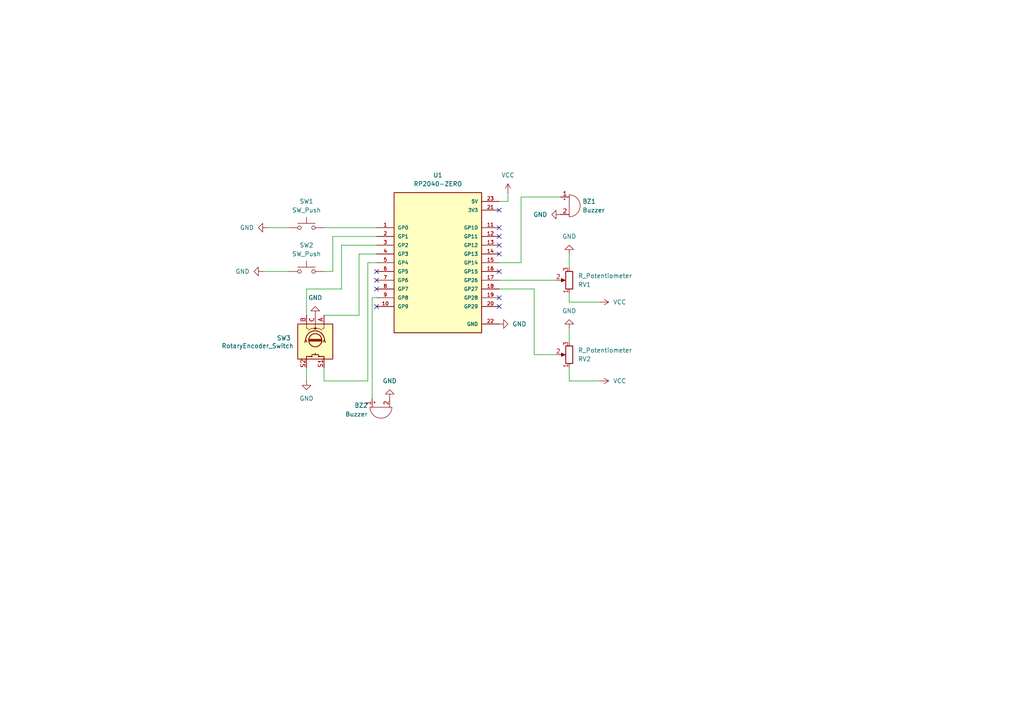
<source format=kicad_sch>
(kicad_sch (version 20231120) (generator "eeschema") (generator_version "8.0")
  (paper "A4")
  (lib_symbols
    (symbol "Device:Buzzer" (pin_names (offset 0.0254) hide)
      (property "Reference" "BZ" (at 3.81 1.27 0))
      (property "Value" "Buzzer" (at 3.81 -1.27 0))
      (symbol "Buzzer_0_1"
        (arc (start 0 -3.175) (mid 3.1612 0) (end 0 3.175))
        (polyline (pts (xy -1.651 1.905) (xy -1.143 1.905)))
        (polyline (pts (xy -1.397 2.159) (xy -1.397 1.651)))
        (polyline (pts (xy 0 3.175) (xy 0 -3.175)))
      )
      (symbol "Buzzer_1_1"
        (pin passive line (at -2.54 2.54 0) (length 2.54) (name "+") (number "1"))
        (pin passive line (at -2.54 -2.54 0) (length 2.54) (name "-") (number "2"))
      )
    )
    (symbol "Device:R_Potentiometer" (pin_names (offset 1.016) hide)
      (property "Reference" "RV" (at -4.445 0 90))
      (property "Value" "R_Potentiometer" (at -2.54 0 90))
      (symbol "R_Potentiometer_0_1"
        (polyline (pts (xy 2.54 0) (xy 1.524 0)))
        (polyline (pts (xy 1.143 0) (xy 2.286 0.508) (xy 2.286 -0.508) (xy 1.143 0)) (fill (type outline)))
        (rectangle (start 1.016 2.54) (end -1.016 -2.54) (stroke (width 0.254)))
      )
      (symbol "R_Potentiometer_1_1"
        (pin passive line (at 0 3.81 270) (length 1.27) (name "1") (number "1"))
        (pin passive line (at 3.81 0 180) (length 1.27) (name "2") (number "2"))
        (pin passive line (at 0 -3.81 90) (length 1.27) (name "3") (number "3"))
      )
    )
    (symbol "Device:RotaryEncoder_Switch" (pin_names (offset 0.254) hide)
      (property "Reference" "SW" (at 0 6.604 0))
      (property "Value" "RotaryEncoder_Switch" (at 0 -6.604 0))
      (symbol "RotaryEncoder_Switch_0_1"
        (rectangle (start -5.08 5.08) (end 5.08 -5.08) (stroke (width 0.254)) (fill (type background)))
        (circle (center -3.81 0) (radius 0.254) (fill (type outline)))
        (circle (center -0.381 0) (radius 1.905) (stroke (width 0.254)))
        (arc (start -0.381 2.667) (mid -3.0988 -0.0635) (end -0.381 -2.794) (stroke (width 0.254)))
        (polyline (pts (xy -0.635 -1.778) (xy -0.635 1.778)) (stroke (width 0.254)))
        (polyline (pts (xy -0.381 -1.778) (xy -0.381 1.778)) (stroke (width 0.254)))
        (polyline (pts (xy -0.127 1.778) (xy -0.127 -1.778)) (stroke (width 0.254)))
        (polyline (pts (xy 3.81 0) (xy 3.429 0)) (stroke (width 0.254)))
        (polyline (pts (xy 3.81 1.016) (xy 3.81 -1.016)) (stroke (width 0.254)))
        (polyline (pts (xy -5.08 -2.54) (xy -3.81 -2.54) (xy -3.81 -2.032)))
        (polyline (pts (xy -5.08 2.54) (xy -3.81 2.54) (xy -3.81 2.032)))
        (polyline (pts (xy 0.254 -3.048) (xy -0.508 -2.794) (xy 0.127 -2.413)) (stroke (width 0.254)))
        (polyline (pts (xy 0.254 2.921) (xy -0.508 2.667) (xy 0.127 2.286)) (stroke (width 0.254)))
        (polyline (pts (xy 5.08 -2.54) (xy 4.318 -2.54) (xy 4.318 -1.016)) (stroke (width 0.254)))
        (polyline (pts (xy 5.08 2.54) (xy 4.318 2.54) (xy 4.318 1.016)) (stroke (width 0.254)))
        (polyline (pts (xy -5.08 0) (xy -3.81 0) (xy -3.81 -1.016) (xy -3.302 -2.032)))
        (polyline (pts (xy -4.318 0) (xy -3.81 0) (xy -3.81 1.016) (xy -3.302 2.032)))
        (circle (center 4.318 -1.016) (radius 0.127) (stroke (width 0.254)))
        (circle (center 4.318 1.016) (radius 0.127) (stroke (width 0.254)))
      )
      (symbol "RotaryEncoder_Switch_1_1"
        (pin passive line (at -7.62 2.54 0) (length 2.54) (name "A") (number "A"))
        (pin passive line (at -7.62 -2.54 0) (length 2.54) (name "B") (number "B"))
        (pin passive line (at -7.62 0 0) (length 2.54) (name "C") (number "C"))
        (pin passive line (at 7.62 2.54 180) (length 2.54) (name "S1") (number "S1"))
        (pin passive line (at 7.62 -2.54 180) (length 2.54) (name "S2") (number "S2"))
      )
    )
    (symbol "RP2040-ZERO:RP2040-ZERO" (pin_names (offset 1.016))
      (property "Reference" "U" (at -12.7 21.082 0))
      (property "Value" "RP2040-ZERO" (at -12.7 -22.86 0))
      (symbol "RP2040-ZERO_0_0"
        (rectangle (start -12.7 -20.32) (end 12.7 20.32) (stroke (width 0.254)) (fill (type background)))
        (pin bidirectional line (at -17.78 10.16 0) (length 5.08) (name "GP0") (number "1"))
        (pin bidirectional line (at -17.78 -12.7 0) (length 5.08) (name "GP9") (number "10"))
        (pin bidirectional line (at 17.78 10.16 180) (length 5.08) (name "GP10") (number "11"))
        (pin bidirectional line (at 17.78 7.62 180) (length 5.08) (name "GP11") (number "12"))
        (pin bidirectional line (at 17.78 5.08 180) (length 5.08) (name "GP12") (number "13"))
        (pin bidirectional line (at 17.78 2.54 180) (length 5.08) (name "GP13") (number "14"))
        (pin bidirectional line (at 17.78 0 180) (length 5.08) (name "GP14") (number "15"))
        (pin bidirectional line (at 17.78 -2.54 180) (length 5.08) (name "GP15") (number "16"))
        (pin bidirectional line (at 17.78 -5.08 180) (length 5.08) (name "GP26") (number "17"))
        (pin bidirectional line (at 17.78 -7.62 180) (length 5.08) (name "GP27") (number "18"))
        (pin bidirectional line (at 17.78 -10.16 180) (length 5.08) (name "GP28") (number "19"))
        (pin bidirectional line (at -17.78 7.62 0) (length 5.08) (name "GP1") (number "2"))
        (pin bidirectional line (at 17.78 -12.7 180) (length 5.08) (name "GP29") (number "20"))
        (pin power_in line (at 17.78 15.24 180) (length 5.08) (name "3V3") (number "21"))
        (pin power_in line (at 17.78 -17.78 180) (length 5.08) (name "GND") (number "22"))
        (pin power_in line (at 17.78 17.78 180) (length 5.08) (name "5V") (number "23"))
        (pin bidirectional line (at -17.78 5.08 0) (length 5.08) (name "GP2") (number "3"))
        (pin bidirectional line (at -17.78 2.54 0) (length 5.08) (name "GP3") (number "4"))
        (pin bidirectional line (at -17.78 0 0) (length 5.08) (name "GP4") (number "5"))
        (pin bidirectional line (at -17.78 -2.54 0) (length 5.08) (name "GP5") (number "6"))
        (pin bidirectional line (at -17.78 -5.08 0) (length 5.08) (name "GP6") (number "7"))
        (pin bidirectional line (at -17.78 -7.62 0) (length 5.08) (name "GP7") (number "8"))
        (pin bidirectional line (at -17.78 -10.16 0) (length 5.08) (name "GP8") (number "9"))
      )
    )
    (symbol "Switch:SW_Push" (pin_numbers hide) (pin_names (offset 1.016) hide)
      (property "Reference" "SW" (at 1.27 2.54 0))
      (property "Value" "SW_Push" (at 0 -1.524 0))
      (symbol "SW_Push_0_1"
        (circle (center -2.032 0) (radius 0.508))
        (polyline (pts (xy 0 1.27) (xy 0 3.048)))
        (polyline (pts (xy 2.54 1.27) (xy -2.54 1.27)))
        (circle (center 2.032 0) (radius 0.508))
        (pin passive line (at -5.08 0 0) (length 2.54) (name "1") (number "1"))
        (pin passive line (at 5.08 0 180) (length 2.54) (name "2") (number "2"))
      )
    )
    (symbol "power:GND" (power) (pin_numbers hide) (pin_names (offset 0) hide)
      (property "Value" "GND" (at 0 -3.81 0))
      (symbol "GND_0_1"
        (polyline (pts (xy 0 0) (xy 0 -1.27) (xy 1.27 -1.27) (xy 0 -2.54) (xy -1.27 -1.27) (xy 0 -1.27)))
      )
      (symbol "GND_1_1"
        (pin power_in line (at 0 0 270) (length 0) (name "~") (number "1"))
      )
    )
    (symbol "power:VCC" (power) (pin_numbers hide) (pin_names (offset 0) hide)
      (property "Value" "VCC" (at 0 3.556 0))
      (symbol "VCC_0_1"
        (polyline (pts (xy -0.762 1.27) (xy 0 2.54)))
        (polyline (pts (xy 0 0) (xy 0 2.54)))
        (polyline (pts (xy 0 2.54) (xy 0.762 1.27)))
      )
      (symbol "VCC_1_1"
        (pin power_in line (at 0 0 90) (length 0) (name "~") (number "1"))
      )
    )
  )
  (no_connect (at 144.78 88.9))
  (no_connect (at 144.78 73.66))
  (no_connect (at 144.78 60.96))
  (no_connect (at 109.22 83.82))
  (no_connect (at 109.22 81.28))
  (no_connect (at 144.78 71.12))
  (no_connect (at 109.22 78.74))
  (no_connect (at 144.78 68.58))
  (no_connect (at 109.22 88.9))
  (no_connect (at 144.78 66.04))
  (no_connect (at 144.78 78.74))
  (no_connect (at 144.78 86.36))
  (wire (pts (xy 151.13 76.2) (xy 144.78 76.2)))
  (wire (pts (xy 93.98 91.44) (xy 104.14 91.44)))
  (wire (pts (xy 107.95 115.57) (xy 107.95 86.36)))
  (wire (pts (xy 88.9 83.82) (xy 99.06 83.82)))
  (wire (pts (xy 88.9 106.68) (xy 88.9 110.49)))
  (wire (pts (xy 99.06 83.82) (xy 99.06 71.12)))
  (wire (pts (xy 165.1 87.63) (xy 173.99 87.63)))
  (wire (pts (xy 104.14 91.44) (xy 104.14 73.66)))
  (wire (pts (xy 165.1 73.66) (xy 165.1 77.47)))
  (wire (pts (xy 144.78 83.82) (xy 154.94 83.82)))
  (wire (pts (xy 99.06 71.12) (xy 109.22 71.12)))
  (wire (pts (xy 151.13 57.15) (xy 151.13 76.2)))
  (wire (pts (xy 93.98 66.04) (xy 109.22 66.04)))
  (wire (pts (xy 93.98 110.49) (xy 106.68 110.49)))
  (wire (pts (xy 144.78 58.42) (xy 147.32 58.42)))
  (wire (pts (xy 96.52 78.74) (xy 96.52 68.58)))
  (wire (pts (xy 106.68 110.49) (xy 106.68 76.2)))
  (wire (pts (xy 96.52 68.58) (xy 109.22 68.58)))
  (wire (pts (xy 107.95 86.36) (xy 109.22 86.36)))
  (wire (pts (xy 93.98 78.74) (xy 96.52 78.74)))
  (wire (pts (xy 162.56 57.15) (xy 151.13 57.15)))
  (wire (pts (xy 154.94 102.87) (xy 161.29 102.87)))
  (wire (pts (xy 165.1 95.25) (xy 165.1 99.06)))
  (wire (pts (xy 93.98 106.68) (xy 93.98 110.49)))
  (wire (pts (xy 144.78 81.28) (xy 161.29 81.28)))
  (wire (pts (xy 76.2 78.74) (xy 83.82 78.74)))
  (wire (pts (xy 147.32 58.42) (xy 147.32 55.88)))
  (wire (pts (xy 104.14 73.66) (xy 109.22 73.66)))
  (wire (pts (xy 77.47 66.04) (xy 83.82 66.04)))
  (wire (pts (xy 88.9 91.44) (xy 88.9 83.82)))
  (wire (pts (xy 165.1 85.09) (xy 165.1 87.63)))
  (wire (pts (xy 154.94 83.82) (xy 154.94 102.87)))
  (wire (pts (xy 165.1 110.49) (xy 173.99 110.49)))
  (wire (pts (xy 106.68 76.2) (xy 109.22 76.2)))
  (wire (pts (xy 165.1 106.68) (xy 165.1 110.49)))
  (symbol (lib_id "power:GND") (at 165.1 73.66 180) (unit 1)
    (property "Reference" "#PWR01" (effects (hide yes)))
    (property "Value" "GND" (at 165.1 68.58 0))
    (property "Description" "Power symbol creates a global label with name \"GND\" , ground" (effects (hide yes)))
  )
  (symbol (lib_id "power:GND") (at 91.44 91.44 180) (unit 1)
    (property "Reference" "#PWR07" (effects (hide yes)))
    (property "Value" "GND" (at 91.44 86.36 0))
    (property "Description" "Power symbol creates a global label with name \"GND\" , ground" (effects (hide yes)))
  )
  (symbol (lib_id "power:VCC") (at 147.32 55.88 0) (unit 1)
    (property "Reference" "#PWR012" (effects (hide yes)))
    (property "Value" "VCC" (at 147.32 50.8 0))
    (property "Description" "Power symbol creates a global label with name \"VCC\"" (effects (hide yes)))
  )
  (symbol (lib_id "RP2040-ZERO:RP2040-ZERO") (at 127 76.2 0) (unit 1)
    (property "Reference" "U1" (at 127 50.8 0))
    (property "Value" "RP2040-ZERO" (at 127 53.34 0))
    (property "Footprint" "RP2040-ZERO:MODULE_RP2040-ZERO" (effects (hide yes)))
    (property "MF" "Waveshare Electronics" (effects (hide yes)))
    (property "MAXIMUM_PACKAGE_HEIGHT" "5.35mm" (effects (hide yes)))
    (property "Package" "Package" (effects (hide yes)))
    (property "Price" "None" (effects (hide yes)))
    (property "Check_prices" "https://www.snapeda.com/parts/RP2040-ZERO/Waveshare+Electronics/view-part/?ref=eda" (effects (hide yes)))
    (property "STANDARD" "Manufacturer Recommendations" (effects (hide yes)))
    (property "PARTREV" "NA" (effects (hide yes)))
    (property "SnapEDA_Link" "https://www.snapeda.com/parts/RP2040-ZERO/Waveshare+Electronics/view-part/?ref=snap" (effects (hide yes)))
    (property "MP" "RP2040-ZERO" (effects (hide yes)))
    (property "Description_1" "\n                        \n                            Low-Cost, High-Performance Pico-Like MCU Board Based On Raspberry Pi Microcontroller RP2040\n                        \n" (effects (hide yes)))
    (property "Availability" "Not in stock" (effects (hide yes)))
    (property "MANUFACTURER" "Waveshare" (effects (hide yes)))
  )
  (symbol (lib_id "power:GND") (at 113.03 115.57 180) (unit 1)
    (property "Reference" "#PWR010" (effects (hide yes)))
    (property "Value" "GND" (at 113.03 110.49 0))
    (property "Description" "Power symbol creates a global label with name \"GND\" , ground" (effects (hide yes)))
  )
  (symbol (lib_id "power:GND") (at 77.47 66.04 270) (unit 1)
    (property "Reference" "#PWR05" (effects (hide yes)))
    (property "Value" "GND" (at 73.66 66.0399 90) (effects (justify right)))
    (property "Description" "Power symbol creates a global label with name \"GND\" , ground" (effects (hide yes)))
  )
  (symbol (lib_id "Switch:SW_Push") (at 88.9 78.74 0) (unit 1)
    (property "Reference" "SW2" (at 88.9 71.12 0))
    (property "Value" "SW_Push" (at 88.9 73.66 0))
    (property "Footprint" "Button_Switch_THT:SW_PUSH-12mm" (effects (hide yes)))
    (property "Description" "Push button switch, generic, two pins" (effects (hide yes)))
  )
  (symbol (lib_id "power:GND") (at 165.1 95.25 180) (unit 1)
    (property "Reference" "#PWR02" (effects (hide yes)))
    (property "Value" "GND" (at 165.1 90.17 0))
    (property "Description" "Power symbol creates a global label with name \"GND\" , ground" (effects (hide yes)))
  )
  (symbol (lib_id "Switch:SW_Push") (at 88.9 66.04 0) (unit 1)
    (property "Reference" "SW1" (at 88.9 58.42 0))
    (property "Value" "SW_Push" (at 88.9 60.96 0))
    (property "Footprint" "Button_Switch_THT:SW_PUSH-12mm" (effects (hide yes)))
    (property "Description" "Push button switch, generic, two pins" (effects (hide yes)))
  )
  (symbol (lib_id "Device:R_Potentiometer") (at 165.1 102.87 180) (unit 1)
    (property "Reference" "RV2" (at 167.64 104.1401 0) (effects (justify right)))
    (property "Value" "R_Potentiometer" (at 167.64 101.6001 0) (effects (justify right)))
    (property "Footprint" "Potentiometer_THT:Potentiometer_Alps_RK09K_Single_Vertical" (effects (hide yes)))
    (property "Description" "Potentiometer" (effects (hide yes)))
  )
  (symbol (lib_id "power:GND") (at 76.2 78.74 270) (unit 1)
    (property "Reference" "#PWR06" (effects (hide yes)))
    (property "Value" "GND" (at 72.39 78.7399 90) (effects (justify right)))
    (property "Description" "Power symbol creates a global label with name \"GND\" , ground" (effects (hide yes)))
  )
  (symbol (lib_id "power:GND") (at 162.56 62.23 270) (unit 1)
    (property "Reference" "#PWR09" (effects (hide yes)))
    (property "Value" "GND" (at 158.75 62.2299 90) (effects (justify right)))
    (property "Description" "Power symbol creates a global label with name \"GND\" , ground" (effects (hide yes)))
  )
  (symbol (lib_id "Device:Buzzer") (at 110.49 118.11 90) (mirror x) (unit 1)
    (property "Reference" "BZ2" (at 106.68 117.595 90) (effects (justify left)))
    (property "Value" "Buzzer" (at 106.68 120.135 90) (effects (justify left)))
    (property "Footprint" "Buzzer_Beeper:Buzzer_12x9.5RM7.6" (effects (hide yes)))
    (property "Description" "Buzzer, polarized" (effects (hide yes)))
  )
  (symbol (lib_id "Device:Buzzer") (at 165.1 59.69 0) (unit 1)
    (property "Reference" "BZ1" (at 168.91 58.4199 0) (effects (justify left)))
    (property "Value" "Buzzer" (at 168.91 60.9599 0) (effects (justify left)))
    (property "Footprint" "Buzzer_Beeper:Buzzer_12x9.5RM7.6" (effects (hide yes)))
    (property "Description" "Buzzer, polarized" (effects (hide yes)))
  )
  (symbol (lib_id "power:GND") (at 88.9 110.49 0) (unit 1)
    (property "Reference" "#PWR08" (effects (hide yes)))
    (property "Value" "GND" (at 88.9 115.57 0))
    (property "Description" "Power symbol creates a global label with name \"GND\" , ground" (effects (hide yes)))
  )
  (symbol (lib_id "Device:R_Potentiometer") (at 165.1 81.28 180) (unit 1)
    (property "Reference" "RV1" (at 167.64 82.5501 0) (effects (justify right)))
    (property "Value" "R_Potentiometer" (at 167.64 80.0101 0) (effects (justify right)))
    (property "Footprint" "Potentiometer_THT:Potentiometer_Alps_RK09K_Single_Vertical" (effects (hide yes)))
    (property "Description" "Potentiometer" (effects (hide yes)))
  )
  (symbol (lib_id "power:GND") (at 144.78 93.98 90) (unit 1)
    (property "Reference" "#PWR011" (effects (hide yes)))
    (property "Value" "GND" (at 148.59 93.9799 90) (effects (justify right)))
    (property "Description" "Power symbol creates a global label with name \"GND\" , ground" (effects (hide yes)))
  )
  (symbol (lib_id "power:VCC") (at 173.99 87.63 270) (unit 1)
    (property "Reference" "#PWR03" (effects (hide yes)))
    (property "Value" "VCC" (at 177.8 87.6299 90) (effects (justify left)))
    (property "Description" "Power symbol creates a global label with name \"VCC\"" (effects (hide yes)))
  )
  (symbol (lib_id "power:VCC") (at 173.99 110.49 270) (unit 1)
    (property "Reference" "#PWR04" (effects (hide yes)))
    (property "Value" "VCC" (at 177.8 110.4899 90) (effects (justify left)))
    (property "Description" "Power symbol creates a global label with name \"VCC\"" (effects (hide yes)))
  )
  (symbol (lib_id "Device:RotaryEncoder_Switch") (at 91.44 99.06 270) (unit 1)
    (property "Reference" "SW3" (at 80.264 98.044 90) (effects (justify left)))
    (property "Value" "RotaryEncoder_Switch" (at 64.262 100.33 90) (effects (justify left)))
    (property "Footprint" "Rotary_Encoder:RotaryEncoder_Alps_EC11E-Switch_Vertical_H20mm" (effects (hide yes)))
    (property "Description" "Rotary encoder, dual channel, incremental quadrate outputs, with switch" (effects (hide yes)))
  )
)
</source>
